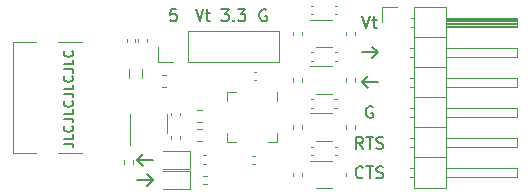
<source format=gto>
G04 #@! TF.GenerationSoftware,KiCad,Pcbnew,9.0.1*
G04 #@! TF.CreationDate,2025-05-17T15:06:54+00:00*
G04 #@! TF.ProjectId,usb-uart,7573622d-7561-4727-942e-6b696361645f,rev?*
G04 #@! TF.SameCoordinates,Original*
G04 #@! TF.FileFunction,Legend,Top*
G04 #@! TF.FilePolarity,Positive*
%FSLAX46Y46*%
G04 Gerber Fmt 4.6, Leading zero omitted, Abs format (unit mm)*
G04 Created by KiCad (PCBNEW 9.0.1) date 2025-05-17 15:06:54*
%MOMM*%
%LPD*%
G01*
G04 APERTURE LIST*
%ADD10C,0.150000*%
%ADD11C,0.160000*%
%ADD12C,0.120000*%
%ADD13R,0.650000X0.400000*%
%ADD14R,1.700000X1.700000*%
%ADD15O,1.700000X1.700000*%
%ADD16C,0.650000*%
%ADD17R,1.450000X0.600000*%
%ADD18R,1.450000X0.300000*%
%ADD19O,2.100000X1.000000*%
%ADD20O,1.600000X1.000000*%
%ADD21R,2.100000X2.100000*%
G04 APERTURE END LIST*
D10*
X128350000Y-81500000D02*
X127850000Y-82000000D01*
X109300000Y-90600000D02*
X107950000Y-90600000D01*
X128350000Y-84000000D02*
X127000000Y-84000000D01*
X109300000Y-92300000D02*
X108800000Y-91800000D01*
X107950000Y-90600000D02*
X108450000Y-90100000D01*
X127000000Y-84000000D02*
X127500000Y-83500000D01*
X107950000Y-92300000D02*
X109300000Y-92300000D01*
X107950000Y-90600000D02*
X108450000Y-91100000D01*
X127000000Y-84000000D02*
X127500000Y-84500000D01*
X128350000Y-81500000D02*
X127850000Y-81000000D01*
X127000000Y-81500000D02*
X128350000Y-81500000D01*
X109300000Y-92300000D02*
X108800000Y-92800000D01*
X126980952Y-78454819D02*
X127314285Y-79454819D01*
X127314285Y-79454819D02*
X127647618Y-78454819D01*
X127838095Y-78788152D02*
X128219047Y-78788152D01*
X127980952Y-78454819D02*
X127980952Y-79311961D01*
X127980952Y-79311961D02*
X128028571Y-79407200D01*
X128028571Y-79407200D02*
X128123809Y-79454819D01*
X128123809Y-79454819D02*
X128219047Y-79454819D01*
X111238095Y-77854819D02*
X110761905Y-77854819D01*
X110761905Y-77854819D02*
X110714286Y-78331009D01*
X110714286Y-78331009D02*
X110761905Y-78283390D01*
X110761905Y-78283390D02*
X110857143Y-78235771D01*
X110857143Y-78235771D02*
X111095238Y-78235771D01*
X111095238Y-78235771D02*
X111190476Y-78283390D01*
X111190476Y-78283390D02*
X111238095Y-78331009D01*
X111238095Y-78331009D02*
X111285714Y-78426247D01*
X111285714Y-78426247D02*
X111285714Y-78664342D01*
X111285714Y-78664342D02*
X111238095Y-78759580D01*
X111238095Y-78759580D02*
X111190476Y-78807200D01*
X111190476Y-78807200D02*
X111095238Y-78854819D01*
X111095238Y-78854819D02*
X110857143Y-78854819D01*
X110857143Y-78854819D02*
X110761905Y-78807200D01*
X110761905Y-78807200D02*
X110714286Y-78759580D01*
X112880952Y-77854819D02*
X113214285Y-78854819D01*
X113214285Y-78854819D02*
X113547618Y-77854819D01*
X113738095Y-78188152D02*
X114119047Y-78188152D01*
X113880952Y-77854819D02*
X113880952Y-78711961D01*
X113880952Y-78711961D02*
X113928571Y-78807200D01*
X113928571Y-78807200D02*
X114023809Y-78854819D01*
X114023809Y-78854819D02*
X114119047Y-78854819D01*
X127861904Y-86102438D02*
X127766666Y-86054819D01*
X127766666Y-86054819D02*
X127623809Y-86054819D01*
X127623809Y-86054819D02*
X127480952Y-86102438D01*
X127480952Y-86102438D02*
X127385714Y-86197676D01*
X127385714Y-86197676D02*
X127338095Y-86292914D01*
X127338095Y-86292914D02*
X127290476Y-86483390D01*
X127290476Y-86483390D02*
X127290476Y-86626247D01*
X127290476Y-86626247D02*
X127338095Y-86816723D01*
X127338095Y-86816723D02*
X127385714Y-86911961D01*
X127385714Y-86911961D02*
X127480952Y-87007200D01*
X127480952Y-87007200D02*
X127623809Y-87054819D01*
X127623809Y-87054819D02*
X127719047Y-87054819D01*
X127719047Y-87054819D02*
X127861904Y-87007200D01*
X127861904Y-87007200D02*
X127909523Y-86959580D01*
X127909523Y-86959580D02*
X127909523Y-86626247D01*
X127909523Y-86626247D02*
X127719047Y-86626247D01*
D11*
X101701028Y-89215213D02*
X102286742Y-89215213D01*
X102286742Y-89215213D02*
X102403885Y-89254260D01*
X102403885Y-89254260D02*
X102481981Y-89332356D01*
X102481981Y-89332356D02*
X102521028Y-89449498D01*
X102521028Y-89449498D02*
X102521028Y-89527594D01*
X102521028Y-88434260D02*
X102521028Y-88824736D01*
X102521028Y-88824736D02*
X101701028Y-88824736D01*
X102442933Y-87692355D02*
X102481981Y-87731403D01*
X102481981Y-87731403D02*
X102521028Y-87848545D01*
X102521028Y-87848545D02*
X102521028Y-87926641D01*
X102521028Y-87926641D02*
X102481981Y-88043784D01*
X102481981Y-88043784D02*
X102403885Y-88121879D01*
X102403885Y-88121879D02*
X102325790Y-88160926D01*
X102325790Y-88160926D02*
X102169600Y-88199974D01*
X102169600Y-88199974D02*
X102052457Y-88199974D01*
X102052457Y-88199974D02*
X101896266Y-88160926D01*
X101896266Y-88160926D02*
X101818171Y-88121879D01*
X101818171Y-88121879D02*
X101740076Y-88043784D01*
X101740076Y-88043784D02*
X101701028Y-87926641D01*
X101701028Y-87926641D02*
X101701028Y-87848545D01*
X101701028Y-87848545D02*
X101740076Y-87731403D01*
X101740076Y-87731403D02*
X101779123Y-87692355D01*
X101701028Y-87106641D02*
X102286742Y-87106641D01*
X102286742Y-87106641D02*
X102403885Y-87145688D01*
X102403885Y-87145688D02*
X102481981Y-87223784D01*
X102481981Y-87223784D02*
X102521028Y-87340926D01*
X102521028Y-87340926D02*
X102521028Y-87419022D01*
X102521028Y-86325688D02*
X102521028Y-86716164D01*
X102521028Y-86716164D02*
X101701028Y-86716164D01*
X102442933Y-85583783D02*
X102481981Y-85622831D01*
X102481981Y-85622831D02*
X102521028Y-85739973D01*
X102521028Y-85739973D02*
X102521028Y-85818069D01*
X102521028Y-85818069D02*
X102481981Y-85935212D01*
X102481981Y-85935212D02*
X102403885Y-86013307D01*
X102403885Y-86013307D02*
X102325790Y-86052354D01*
X102325790Y-86052354D02*
X102169600Y-86091402D01*
X102169600Y-86091402D02*
X102052457Y-86091402D01*
X102052457Y-86091402D02*
X101896266Y-86052354D01*
X101896266Y-86052354D02*
X101818171Y-86013307D01*
X101818171Y-86013307D02*
X101740076Y-85935212D01*
X101740076Y-85935212D02*
X101701028Y-85818069D01*
X101701028Y-85818069D02*
X101701028Y-85739973D01*
X101701028Y-85739973D02*
X101740076Y-85622831D01*
X101740076Y-85622831D02*
X101779123Y-85583783D01*
X101701028Y-84998069D02*
X102286742Y-84998069D01*
X102286742Y-84998069D02*
X102403885Y-85037116D01*
X102403885Y-85037116D02*
X102481981Y-85115212D01*
X102481981Y-85115212D02*
X102521028Y-85232354D01*
X102521028Y-85232354D02*
X102521028Y-85310450D01*
X102521028Y-84217116D02*
X102521028Y-84607592D01*
X102521028Y-84607592D02*
X101701028Y-84607592D01*
X102442933Y-83475211D02*
X102481981Y-83514259D01*
X102481981Y-83514259D02*
X102521028Y-83631401D01*
X102521028Y-83631401D02*
X102521028Y-83709497D01*
X102521028Y-83709497D02*
X102481981Y-83826640D01*
X102481981Y-83826640D02*
X102403885Y-83904735D01*
X102403885Y-83904735D02*
X102325790Y-83943782D01*
X102325790Y-83943782D02*
X102169600Y-83982830D01*
X102169600Y-83982830D02*
X102052457Y-83982830D01*
X102052457Y-83982830D02*
X101896266Y-83943782D01*
X101896266Y-83943782D02*
X101818171Y-83904735D01*
X101818171Y-83904735D02*
X101740076Y-83826640D01*
X101740076Y-83826640D02*
X101701028Y-83709497D01*
X101701028Y-83709497D02*
X101701028Y-83631401D01*
X101701028Y-83631401D02*
X101740076Y-83514259D01*
X101740076Y-83514259D02*
X101779123Y-83475211D01*
X101701028Y-82889497D02*
X102286742Y-82889497D01*
X102286742Y-82889497D02*
X102403885Y-82928544D01*
X102403885Y-82928544D02*
X102481981Y-83006640D01*
X102481981Y-83006640D02*
X102521028Y-83123782D01*
X102521028Y-83123782D02*
X102521028Y-83201878D01*
X102521028Y-82108544D02*
X102521028Y-82499020D01*
X102521028Y-82499020D02*
X101701028Y-82499020D01*
X102442933Y-81366639D02*
X102481981Y-81405687D01*
X102481981Y-81405687D02*
X102521028Y-81522829D01*
X102521028Y-81522829D02*
X102521028Y-81600925D01*
X102521028Y-81600925D02*
X102481981Y-81718068D01*
X102481981Y-81718068D02*
X102403885Y-81796163D01*
X102403885Y-81796163D02*
X102325790Y-81835210D01*
X102325790Y-81835210D02*
X102169600Y-81874258D01*
X102169600Y-81874258D02*
X102052457Y-81874258D01*
X102052457Y-81874258D02*
X101896266Y-81835210D01*
X101896266Y-81835210D02*
X101818171Y-81796163D01*
X101818171Y-81796163D02*
X101740076Y-81718068D01*
X101740076Y-81718068D02*
X101701028Y-81600925D01*
X101701028Y-81600925D02*
X101701028Y-81522829D01*
X101701028Y-81522829D02*
X101740076Y-81405687D01*
X101740076Y-81405687D02*
X101779123Y-81366639D01*
D10*
X127049641Y-89654819D02*
X126716308Y-89178628D01*
X126478213Y-89654819D02*
X126478213Y-88654819D01*
X126478213Y-88654819D02*
X126859165Y-88654819D01*
X126859165Y-88654819D02*
X126954403Y-88702438D01*
X126954403Y-88702438D02*
X127002022Y-88750057D01*
X127002022Y-88750057D02*
X127049641Y-88845295D01*
X127049641Y-88845295D02*
X127049641Y-88988152D01*
X127049641Y-88988152D02*
X127002022Y-89083390D01*
X127002022Y-89083390D02*
X126954403Y-89131009D01*
X126954403Y-89131009D02*
X126859165Y-89178628D01*
X126859165Y-89178628D02*
X126478213Y-89178628D01*
X127335356Y-88654819D02*
X127906784Y-88654819D01*
X127621070Y-89654819D02*
X127621070Y-88654819D01*
X128192499Y-89607200D02*
X128335356Y-89654819D01*
X128335356Y-89654819D02*
X128573451Y-89654819D01*
X128573451Y-89654819D02*
X128668689Y-89607200D01*
X128668689Y-89607200D02*
X128716308Y-89559580D01*
X128716308Y-89559580D02*
X128763927Y-89464342D01*
X128763927Y-89464342D02*
X128763927Y-89369104D01*
X128763927Y-89369104D02*
X128716308Y-89273866D01*
X128716308Y-89273866D02*
X128668689Y-89226247D01*
X128668689Y-89226247D02*
X128573451Y-89178628D01*
X128573451Y-89178628D02*
X128382975Y-89131009D01*
X128382975Y-89131009D02*
X128287737Y-89083390D01*
X128287737Y-89083390D02*
X128240118Y-89035771D01*
X128240118Y-89035771D02*
X128192499Y-88940533D01*
X128192499Y-88940533D02*
X128192499Y-88845295D01*
X128192499Y-88845295D02*
X128240118Y-88750057D01*
X128240118Y-88750057D02*
X128287737Y-88702438D01*
X128287737Y-88702438D02*
X128382975Y-88654819D01*
X128382975Y-88654819D02*
X128621070Y-88654819D01*
X128621070Y-88654819D02*
X128763927Y-88702438D01*
X118861904Y-77902438D02*
X118766666Y-77854819D01*
X118766666Y-77854819D02*
X118623809Y-77854819D01*
X118623809Y-77854819D02*
X118480952Y-77902438D01*
X118480952Y-77902438D02*
X118385714Y-77997676D01*
X118385714Y-77997676D02*
X118338095Y-78092914D01*
X118338095Y-78092914D02*
X118290476Y-78283390D01*
X118290476Y-78283390D02*
X118290476Y-78426247D01*
X118290476Y-78426247D02*
X118338095Y-78616723D01*
X118338095Y-78616723D02*
X118385714Y-78711961D01*
X118385714Y-78711961D02*
X118480952Y-78807200D01*
X118480952Y-78807200D02*
X118623809Y-78854819D01*
X118623809Y-78854819D02*
X118719047Y-78854819D01*
X118719047Y-78854819D02*
X118861904Y-78807200D01*
X118861904Y-78807200D02*
X118909523Y-78759580D01*
X118909523Y-78759580D02*
X118909523Y-78426247D01*
X118909523Y-78426247D02*
X118719047Y-78426247D01*
X115052381Y-77854819D02*
X115671428Y-77854819D01*
X115671428Y-77854819D02*
X115338095Y-78235771D01*
X115338095Y-78235771D02*
X115480952Y-78235771D01*
X115480952Y-78235771D02*
X115576190Y-78283390D01*
X115576190Y-78283390D02*
X115623809Y-78331009D01*
X115623809Y-78331009D02*
X115671428Y-78426247D01*
X115671428Y-78426247D02*
X115671428Y-78664342D01*
X115671428Y-78664342D02*
X115623809Y-78759580D01*
X115623809Y-78759580D02*
X115576190Y-78807200D01*
X115576190Y-78807200D02*
X115480952Y-78854819D01*
X115480952Y-78854819D02*
X115195238Y-78854819D01*
X115195238Y-78854819D02*
X115100000Y-78807200D01*
X115100000Y-78807200D02*
X115052381Y-78759580D01*
X116100000Y-78759580D02*
X116147619Y-78807200D01*
X116147619Y-78807200D02*
X116100000Y-78854819D01*
X116100000Y-78854819D02*
X116052381Y-78807200D01*
X116052381Y-78807200D02*
X116100000Y-78759580D01*
X116100000Y-78759580D02*
X116100000Y-78854819D01*
X116480952Y-77854819D02*
X117099999Y-77854819D01*
X117099999Y-77854819D02*
X116766666Y-78235771D01*
X116766666Y-78235771D02*
X116909523Y-78235771D01*
X116909523Y-78235771D02*
X117004761Y-78283390D01*
X117004761Y-78283390D02*
X117052380Y-78331009D01*
X117052380Y-78331009D02*
X117099999Y-78426247D01*
X117099999Y-78426247D02*
X117099999Y-78664342D01*
X117099999Y-78664342D02*
X117052380Y-78759580D01*
X117052380Y-78759580D02*
X117004761Y-78807200D01*
X117004761Y-78807200D02*
X116909523Y-78854819D01*
X116909523Y-78854819D02*
X116623809Y-78854819D01*
X116623809Y-78854819D02*
X116528571Y-78807200D01*
X116528571Y-78807200D02*
X116480952Y-78759580D01*
X127049641Y-92059580D02*
X127002022Y-92107200D01*
X127002022Y-92107200D02*
X126859165Y-92154819D01*
X126859165Y-92154819D02*
X126763927Y-92154819D01*
X126763927Y-92154819D02*
X126621070Y-92107200D01*
X126621070Y-92107200D02*
X126525832Y-92011961D01*
X126525832Y-92011961D02*
X126478213Y-91916723D01*
X126478213Y-91916723D02*
X126430594Y-91726247D01*
X126430594Y-91726247D02*
X126430594Y-91583390D01*
X126430594Y-91583390D02*
X126478213Y-91392914D01*
X126478213Y-91392914D02*
X126525832Y-91297676D01*
X126525832Y-91297676D02*
X126621070Y-91202438D01*
X126621070Y-91202438D02*
X126763927Y-91154819D01*
X126763927Y-91154819D02*
X126859165Y-91154819D01*
X126859165Y-91154819D02*
X127002022Y-91202438D01*
X127002022Y-91202438D02*
X127049641Y-91250057D01*
X127335356Y-91154819D02*
X127906784Y-91154819D01*
X127621070Y-92154819D02*
X127621070Y-91154819D01*
X128192499Y-92107200D02*
X128335356Y-92154819D01*
X128335356Y-92154819D02*
X128573451Y-92154819D01*
X128573451Y-92154819D02*
X128668689Y-92107200D01*
X128668689Y-92107200D02*
X128716308Y-92059580D01*
X128716308Y-92059580D02*
X128763927Y-91964342D01*
X128763927Y-91964342D02*
X128763927Y-91869104D01*
X128763927Y-91869104D02*
X128716308Y-91773866D01*
X128716308Y-91773866D02*
X128668689Y-91726247D01*
X128668689Y-91726247D02*
X128573451Y-91678628D01*
X128573451Y-91678628D02*
X128382975Y-91631009D01*
X128382975Y-91631009D02*
X128287737Y-91583390D01*
X128287737Y-91583390D02*
X128240118Y-91535771D01*
X128240118Y-91535771D02*
X128192499Y-91440533D01*
X128192499Y-91440533D02*
X128192499Y-91345295D01*
X128192499Y-91345295D02*
X128240118Y-91250057D01*
X128240118Y-91250057D02*
X128287737Y-91202438D01*
X128287737Y-91202438D02*
X128382975Y-91154819D01*
X128382975Y-91154819D02*
X128621070Y-91154819D01*
X128621070Y-91154819D02*
X128763927Y-91202438D01*
D12*
X113496359Y-90220000D02*
X113803641Y-90220000D01*
X113496359Y-90980000D02*
X113803641Y-90980000D01*
X124837836Y-86185000D02*
X124622164Y-86185000D01*
X124837836Y-85465000D02*
X124622164Y-85465000D01*
X123050000Y-92985000D02*
X124450000Y-92985000D01*
X124450000Y-90665000D02*
X122550000Y-90665000D01*
X112385000Y-91335000D02*
X112385000Y-89865000D01*
X112385000Y-89865000D02*
X110100000Y-89865000D01*
X110100000Y-91335000D02*
X112385000Y-91335000D01*
X124857836Y-78250000D02*
X124642164Y-78250000D01*
X124857836Y-77530000D02*
X124642164Y-77530000D01*
X121880000Y-91671359D02*
X121880000Y-91978641D01*
X121120000Y-91671359D02*
X121120000Y-91978641D01*
X112962742Y-86377500D02*
X113437258Y-86377500D01*
X112962742Y-87422500D02*
X113437258Y-87422500D01*
X107580000Y-90646359D02*
X107580000Y-90953641D01*
X106820000Y-90646359D02*
X106820000Y-90953641D01*
X123050000Y-81050000D02*
X124450000Y-81050000D01*
X124450000Y-78730000D02*
X122550000Y-78730000D01*
X122642164Y-85465000D02*
X122857836Y-85465000D01*
X122642164Y-86185000D02*
X122857836Y-86185000D01*
X128705000Y-77680000D02*
X129975000Y-77680000D01*
X128705000Y-78950000D02*
X128705000Y-77680000D01*
X131017929Y-81110000D02*
X131415000Y-81110000D01*
X131017929Y-81870000D02*
X131415000Y-81870000D01*
X131017929Y-83650000D02*
X131415000Y-83650000D01*
X131017929Y-84410000D02*
X131415000Y-84410000D01*
X131017929Y-86190000D02*
X131415000Y-86190000D01*
X131017929Y-86950000D02*
X131415000Y-86950000D01*
X131017929Y-88730000D02*
X131415000Y-88730000D01*
X131017929Y-89490000D02*
X131415000Y-89490000D01*
X131017929Y-91270000D02*
X131415000Y-91270000D01*
X131017929Y-92030000D02*
X131415000Y-92030000D01*
X131085000Y-78570000D02*
X131415000Y-78570000D01*
X131085000Y-79330000D02*
X131415000Y-79330000D01*
X131415000Y-77620000D02*
X131415000Y-92980000D01*
X131415000Y-80220000D02*
X134075000Y-80220000D01*
X131415000Y-82760000D02*
X134075000Y-82760000D01*
X131415000Y-85300000D02*
X134075000Y-85300000D01*
X131415000Y-87840000D02*
X134075000Y-87840000D01*
X131415000Y-90380000D02*
X134075000Y-90380000D01*
X131415000Y-92980000D02*
X134075000Y-92980000D01*
X134075000Y-77620000D02*
X131415000Y-77620000D01*
X134075000Y-78570000D02*
X140075000Y-78570000D01*
X134075000Y-78630000D02*
X140075000Y-78630000D01*
X134075000Y-78750000D02*
X140075000Y-78750000D01*
X134075000Y-78870000D02*
X140075000Y-78870000D01*
X134075000Y-78990000D02*
X140075000Y-78990000D01*
X134075000Y-79110000D02*
X140075000Y-79110000D01*
X134075000Y-79230000D02*
X140075000Y-79230000D01*
X134075000Y-81110000D02*
X140075000Y-81110000D01*
X134075000Y-83650000D02*
X140075000Y-83650000D01*
X134075000Y-86190000D02*
X140075000Y-86190000D01*
X134075000Y-88730000D02*
X140075000Y-88730000D01*
X134075000Y-91270000D02*
X140075000Y-91270000D01*
X134075000Y-92980000D02*
X134075000Y-77620000D01*
X140075000Y-78570000D02*
X140075000Y-79330000D01*
X140075000Y-79330000D02*
X134075000Y-79330000D01*
X140075000Y-81110000D02*
X140075000Y-81870000D01*
X140075000Y-81870000D02*
X134075000Y-81870000D01*
X140075000Y-83650000D02*
X140075000Y-84410000D01*
X140075000Y-84410000D02*
X134075000Y-84410000D01*
X140075000Y-86190000D02*
X140075000Y-86950000D01*
X140075000Y-86950000D02*
X134075000Y-86950000D01*
X140075000Y-88730000D02*
X140075000Y-89490000D01*
X140075000Y-89490000D02*
X134075000Y-89490000D01*
X140075000Y-91270000D02*
X140075000Y-92030000D01*
X140075000Y-92030000D02*
X134075000Y-92030000D01*
X125620000Y-91671359D02*
X125620000Y-91978641D01*
X123050000Y-88985000D02*
X124450000Y-88985000D01*
X124450000Y-86665000D02*
X122550000Y-86665000D01*
X124857836Y-90185000D02*
X124642164Y-90185000D01*
X124857836Y-89465000D02*
X124642164Y-89465000D01*
X126380000Y-83671359D02*
X126380000Y-83978641D01*
X125620000Y-83671359D02*
X125620000Y-83978641D01*
X123050000Y-84985000D02*
X124450000Y-84985000D01*
X124450000Y-82665000D02*
X122550000Y-82665000D01*
X122642164Y-77530000D02*
X122857836Y-77530000D01*
X122642164Y-78250000D02*
X122857836Y-78250000D01*
X118007836Y-83860000D02*
X117792164Y-83860000D01*
X118007836Y-83140000D02*
X117792164Y-83140000D01*
X112385000Y-93035000D02*
X112385000Y-91565000D01*
X112385000Y-91565000D02*
X110100000Y-91565000D01*
X110100000Y-93035000D02*
X112385000Y-93035000D01*
X113506359Y-91920000D02*
X113813641Y-91920000D01*
X113506359Y-92680000D02*
X113813641Y-92680000D01*
X122642164Y-89465000D02*
X122857836Y-89465000D01*
X122642164Y-90185000D02*
X122857836Y-90185000D01*
X122642164Y-81465000D02*
X122857836Y-81465000D01*
X122642164Y-82185000D02*
X122857836Y-82185000D01*
X124877836Y-82185000D02*
X124662164Y-82185000D01*
X124877836Y-81465000D02*
X124662164Y-81465000D01*
X121880000Y-79736359D02*
X121880000Y-80043641D01*
X121120000Y-79736359D02*
X121120000Y-80043641D01*
X108360000Y-82900378D02*
X108360000Y-83699622D01*
X107240000Y-82900378D02*
X107240000Y-83699622D01*
X110059420Y-83390000D02*
X110340580Y-83390000D01*
X110059420Y-84410000D02*
X110340580Y-84410000D01*
X109670000Y-82330000D02*
X109670000Y-81000000D01*
X111000000Y-82330000D02*
X109670000Y-82330000D01*
X112270000Y-82330000D02*
X119950000Y-82330000D01*
X112270000Y-82330000D02*
X112270000Y-79670000D01*
X119950000Y-82330000D02*
X119950000Y-79670000D01*
X112270000Y-79670000D02*
X119950000Y-79670000D01*
X111560000Y-88592164D02*
X111560000Y-88807836D01*
X110840000Y-88592164D02*
X110840000Y-88807836D01*
X103250000Y-80600000D02*
X101250000Y-80600000D01*
X99350000Y-80600000D02*
X97450000Y-80600000D01*
X97450000Y-80600000D02*
X97450000Y-90000000D01*
X103250000Y-90000000D02*
X101250000Y-90000000D01*
X99350000Y-90000000D02*
X97450000Y-90000000D01*
X121880000Y-83671359D02*
X121880000Y-83978641D01*
X121120000Y-83671359D02*
X121120000Y-83978641D01*
X117692164Y-90240000D02*
X117907836Y-90240000D01*
X117692164Y-90960000D02*
X117907836Y-90960000D01*
X121880000Y-87671359D02*
X121880000Y-87978641D01*
X121120000Y-87671359D02*
X121120000Y-87978641D01*
X112962742Y-87977500D02*
X113437258Y-87977500D01*
X112962742Y-89022500D02*
X113437258Y-89022500D01*
X115540000Y-84865000D02*
X116265000Y-84865000D01*
X119760000Y-85590000D02*
X119760000Y-84865000D01*
X115540000Y-85590000D02*
X115540000Y-84865000D01*
X119760000Y-88360000D02*
X119760000Y-89085000D01*
X115540000Y-88360000D02*
X115540000Y-89085000D01*
X119760000Y-89085000D02*
X119035000Y-89085000D01*
X115540000Y-89085000D02*
X116265000Y-89085000D01*
X110840000Y-86807836D02*
X110840000Y-86592164D01*
X111560000Y-86807836D02*
X111560000Y-86592164D01*
X126380000Y-79736359D02*
X126380000Y-80043641D01*
X125620000Y-79736359D02*
X125620000Y-80043641D01*
X108020000Y-80653641D02*
X108020000Y-80346359D01*
X108780000Y-80653641D02*
X108780000Y-80346359D01*
X107040000Y-80607836D02*
X107040000Y-80392164D01*
X107760000Y-80607836D02*
X107760000Y-80392164D01*
X126380000Y-87671359D02*
X126380000Y-87978641D01*
X125620000Y-87671359D02*
X125620000Y-87978641D01*
X107340000Y-87500000D02*
X107340000Y-89300000D01*
X107340000Y-87500000D02*
X107340000Y-86700000D01*
X110460000Y-87500000D02*
X110460000Y-88300000D01*
X110460000Y-87500000D02*
X110460000Y-86700000D01*
%LPC*%
G36*
G01*
X112870000Y-90785000D02*
X112870000Y-90415000D01*
G75*
G02*
X113005000Y-90280000I135000J0D01*
G01*
X113275000Y-90280000D01*
G75*
G02*
X113410000Y-90415000I0J-135000D01*
G01*
X113410000Y-90785000D01*
G75*
G02*
X113275000Y-90920000I-135000J0D01*
G01*
X113005000Y-90920000D01*
G75*
G02*
X112870000Y-90785000I0J135000D01*
G01*
G37*
G36*
G01*
X113890000Y-90785000D02*
X113890000Y-90415000D01*
G75*
G02*
X114025000Y-90280000I135000J0D01*
G01*
X114295000Y-90280000D01*
G75*
G02*
X114430000Y-90415000I0J-135000D01*
G01*
X114430000Y-90785000D01*
G75*
G02*
X114295000Y-90920000I-135000J0D01*
G01*
X114025000Y-90920000D01*
G75*
G02*
X113890000Y-90785000I0J135000D01*
G01*
G37*
G36*
G01*
X125490000Y-85655000D02*
X125490000Y-85995000D01*
G75*
G02*
X125350000Y-86135000I-140000J0D01*
G01*
X125070000Y-86135000D01*
G75*
G02*
X124930000Y-85995000I0J140000D01*
G01*
X124930000Y-85655000D01*
G75*
G02*
X125070000Y-85515000I140000J0D01*
G01*
X125350000Y-85515000D01*
G75*
G02*
X125490000Y-85655000I0J-140000D01*
G01*
G37*
G36*
G01*
X124530000Y-85655000D02*
X124530000Y-85995000D01*
G75*
G02*
X124390000Y-86135000I-140000J0D01*
G01*
X124110000Y-86135000D01*
G75*
G02*
X123970000Y-85995000I0J140000D01*
G01*
X123970000Y-85655000D01*
G75*
G02*
X124110000Y-85515000I140000J0D01*
G01*
X124390000Y-85515000D01*
G75*
G02*
X124530000Y-85655000I0J-140000D01*
G01*
G37*
D13*
X122800000Y-91175000D03*
X122800000Y-91825000D03*
X122800000Y-92475000D03*
X124700000Y-92475000D03*
X124700000Y-91825000D03*
X124700000Y-91175000D03*
G36*
G01*
X112125000Y-90343750D02*
X112125000Y-90856250D01*
G75*
G02*
X111906250Y-91075000I-218750J0D01*
G01*
X111468750Y-91075000D01*
G75*
G02*
X111250000Y-90856250I0J218750D01*
G01*
X111250000Y-90343750D01*
G75*
G02*
X111468750Y-90125000I218750J0D01*
G01*
X111906250Y-90125000D01*
G75*
G02*
X112125000Y-90343750I0J-218750D01*
G01*
G37*
G36*
G01*
X110550000Y-90343750D02*
X110550000Y-90856250D01*
G75*
G02*
X110331250Y-91075000I-218750J0D01*
G01*
X109893750Y-91075000D01*
G75*
G02*
X109675000Y-90856250I0J218750D01*
G01*
X109675000Y-90343750D01*
G75*
G02*
X109893750Y-90125000I218750J0D01*
G01*
X110331250Y-90125000D01*
G75*
G02*
X110550000Y-90343750I0J-218750D01*
G01*
G37*
G36*
G01*
X125510000Y-77720000D02*
X125510000Y-78060000D01*
G75*
G02*
X125370000Y-78200000I-140000J0D01*
G01*
X125090000Y-78200000D01*
G75*
G02*
X124950000Y-78060000I0J140000D01*
G01*
X124950000Y-77720000D01*
G75*
G02*
X125090000Y-77580000I140000J0D01*
G01*
X125370000Y-77580000D01*
G75*
G02*
X125510000Y-77720000I0J-140000D01*
G01*
G37*
G36*
G01*
X124550000Y-77720000D02*
X124550000Y-78060000D01*
G75*
G02*
X124410000Y-78200000I-140000J0D01*
G01*
X124130000Y-78200000D01*
G75*
G02*
X123990000Y-78060000I0J140000D01*
G01*
X123990000Y-77720000D01*
G75*
G02*
X124130000Y-77580000I140000J0D01*
G01*
X124410000Y-77580000D01*
G75*
G02*
X124550000Y-77720000I0J-140000D01*
G01*
G37*
G36*
G01*
X121315000Y-91045000D02*
X121685000Y-91045000D01*
G75*
G02*
X121820000Y-91180000I0J-135000D01*
G01*
X121820000Y-91450000D01*
G75*
G02*
X121685000Y-91585000I-135000J0D01*
G01*
X121315000Y-91585000D01*
G75*
G02*
X121180000Y-91450000I0J135000D01*
G01*
X121180000Y-91180000D01*
G75*
G02*
X121315000Y-91045000I135000J0D01*
G01*
G37*
G36*
G01*
X121315000Y-92065000D02*
X121685000Y-92065000D01*
G75*
G02*
X121820000Y-92200000I0J-135000D01*
G01*
X121820000Y-92470000D01*
G75*
G02*
X121685000Y-92605000I-135000J0D01*
G01*
X121315000Y-92605000D01*
G75*
G02*
X121180000Y-92470000I0J135000D01*
G01*
X121180000Y-92200000D01*
G75*
G02*
X121315000Y-92065000I135000J0D01*
G01*
G37*
G36*
G01*
X111975000Y-87175000D02*
X111975000Y-86625000D01*
G75*
G02*
X112175000Y-86425000I200000J0D01*
G01*
X112575000Y-86425000D01*
G75*
G02*
X112775000Y-86625000I0J-200000D01*
G01*
X112775000Y-87175000D01*
G75*
G02*
X112575000Y-87375000I-200000J0D01*
G01*
X112175000Y-87375000D01*
G75*
G02*
X111975000Y-87175000I0J200000D01*
G01*
G37*
G36*
G01*
X113625000Y-87175000D02*
X113625000Y-86625000D01*
G75*
G02*
X113825000Y-86425000I200000J0D01*
G01*
X114225000Y-86425000D01*
G75*
G02*
X114425000Y-86625000I0J-200000D01*
G01*
X114425000Y-87175000D01*
G75*
G02*
X114225000Y-87375000I-200000J0D01*
G01*
X113825000Y-87375000D01*
G75*
G02*
X113625000Y-87175000I0J200000D01*
G01*
G37*
G36*
G01*
X107015000Y-90020000D02*
X107385000Y-90020000D01*
G75*
G02*
X107520000Y-90155000I0J-135000D01*
G01*
X107520000Y-90425000D01*
G75*
G02*
X107385000Y-90560000I-135000J0D01*
G01*
X107015000Y-90560000D01*
G75*
G02*
X106880000Y-90425000I0J135000D01*
G01*
X106880000Y-90155000D01*
G75*
G02*
X107015000Y-90020000I135000J0D01*
G01*
G37*
G36*
G01*
X107015000Y-91040000D02*
X107385000Y-91040000D01*
G75*
G02*
X107520000Y-91175000I0J-135000D01*
G01*
X107520000Y-91445000D01*
G75*
G02*
X107385000Y-91580000I-135000J0D01*
G01*
X107015000Y-91580000D01*
G75*
G02*
X106880000Y-91445000I0J135000D01*
G01*
X106880000Y-91175000D01*
G75*
G02*
X107015000Y-91040000I135000J0D01*
G01*
G37*
X122800000Y-79240000D03*
X122800000Y-79890000D03*
X122800000Y-80540000D03*
X124700000Y-80540000D03*
X124700000Y-79890000D03*
X124700000Y-79240000D03*
G36*
G01*
X121990000Y-85995000D02*
X121990000Y-85655000D01*
G75*
G02*
X122130000Y-85515000I140000J0D01*
G01*
X122410000Y-85515000D01*
G75*
G02*
X122550000Y-85655000I0J-140000D01*
G01*
X122550000Y-85995000D01*
G75*
G02*
X122410000Y-86135000I-140000J0D01*
G01*
X122130000Y-86135000D01*
G75*
G02*
X121990000Y-85995000I0J140000D01*
G01*
G37*
G36*
G01*
X122950000Y-85995000D02*
X122950000Y-85655000D01*
G75*
G02*
X123090000Y-85515000I140000J0D01*
G01*
X123370000Y-85515000D01*
G75*
G02*
X123510000Y-85655000I0J-140000D01*
G01*
X123510000Y-85995000D01*
G75*
G02*
X123370000Y-86135000I-140000J0D01*
G01*
X123090000Y-86135000D01*
G75*
G02*
X122950000Y-85995000I0J140000D01*
G01*
G37*
D14*
X129975000Y-78950000D03*
D15*
X129975000Y-81490000D03*
X129975000Y-84030000D03*
X129975000Y-86570000D03*
X129975000Y-89110000D03*
X129975000Y-91650000D03*
G36*
G01*
X125815000Y-91045000D02*
X126185000Y-91045000D01*
G75*
G02*
X126320000Y-91180000I0J-135000D01*
G01*
X126320000Y-91450000D01*
G75*
G02*
X126185000Y-91585000I-135000J0D01*
G01*
X125815000Y-91585000D01*
G75*
G02*
X125680000Y-91450000I0J135000D01*
G01*
X125680000Y-91180000D01*
G75*
G02*
X125815000Y-91045000I135000J0D01*
G01*
G37*
G36*
G01*
X125815000Y-92065000D02*
X126185000Y-92065000D01*
G75*
G02*
X126320000Y-92200000I0J-135000D01*
G01*
X126320000Y-92470000D01*
G75*
G02*
X126185000Y-92605000I-135000J0D01*
G01*
X125815000Y-92605000D01*
G75*
G02*
X125680000Y-92470000I0J135000D01*
G01*
X125680000Y-92200000D01*
G75*
G02*
X125815000Y-92065000I135000J0D01*
G01*
G37*
D13*
X122800000Y-87175000D03*
X122800000Y-87825000D03*
X122800000Y-88475000D03*
X124700000Y-88475000D03*
X124700000Y-87825000D03*
X124700000Y-87175000D03*
G36*
G01*
X125510000Y-89655000D02*
X125510000Y-89995000D01*
G75*
G02*
X125370000Y-90135000I-140000J0D01*
G01*
X125090000Y-90135000D01*
G75*
G02*
X124950000Y-89995000I0J140000D01*
G01*
X124950000Y-89655000D01*
G75*
G02*
X125090000Y-89515000I140000J0D01*
G01*
X125370000Y-89515000D01*
G75*
G02*
X125510000Y-89655000I0J-140000D01*
G01*
G37*
G36*
G01*
X124550000Y-89655000D02*
X124550000Y-89995000D01*
G75*
G02*
X124410000Y-90135000I-140000J0D01*
G01*
X124130000Y-90135000D01*
G75*
G02*
X123990000Y-89995000I0J140000D01*
G01*
X123990000Y-89655000D01*
G75*
G02*
X124130000Y-89515000I140000J0D01*
G01*
X124410000Y-89515000D01*
G75*
G02*
X124550000Y-89655000I0J-140000D01*
G01*
G37*
G36*
G01*
X125815000Y-83045000D02*
X126185000Y-83045000D01*
G75*
G02*
X126320000Y-83180000I0J-135000D01*
G01*
X126320000Y-83450000D01*
G75*
G02*
X126185000Y-83585000I-135000J0D01*
G01*
X125815000Y-83585000D01*
G75*
G02*
X125680000Y-83450000I0J135000D01*
G01*
X125680000Y-83180000D01*
G75*
G02*
X125815000Y-83045000I135000J0D01*
G01*
G37*
G36*
G01*
X125815000Y-84065000D02*
X126185000Y-84065000D01*
G75*
G02*
X126320000Y-84200000I0J-135000D01*
G01*
X126320000Y-84470000D01*
G75*
G02*
X126185000Y-84605000I-135000J0D01*
G01*
X125815000Y-84605000D01*
G75*
G02*
X125680000Y-84470000I0J135000D01*
G01*
X125680000Y-84200000D01*
G75*
G02*
X125815000Y-84065000I135000J0D01*
G01*
G37*
X122800000Y-83175000D03*
X122800000Y-83825000D03*
X122800000Y-84475000D03*
X124700000Y-84475000D03*
X124700000Y-83825000D03*
X124700000Y-83175000D03*
G36*
G01*
X121990000Y-78060000D02*
X121990000Y-77720000D01*
G75*
G02*
X122130000Y-77580000I140000J0D01*
G01*
X122410000Y-77580000D01*
G75*
G02*
X122550000Y-77720000I0J-140000D01*
G01*
X122550000Y-78060000D01*
G75*
G02*
X122410000Y-78200000I-140000J0D01*
G01*
X122130000Y-78200000D01*
G75*
G02*
X121990000Y-78060000I0J140000D01*
G01*
G37*
G36*
G01*
X122950000Y-78060000D02*
X122950000Y-77720000D01*
G75*
G02*
X123090000Y-77580000I140000J0D01*
G01*
X123370000Y-77580000D01*
G75*
G02*
X123510000Y-77720000I0J-140000D01*
G01*
X123510000Y-78060000D01*
G75*
G02*
X123370000Y-78200000I-140000J0D01*
G01*
X123090000Y-78200000D01*
G75*
G02*
X122950000Y-78060000I0J140000D01*
G01*
G37*
G36*
G01*
X118660000Y-83330000D02*
X118660000Y-83670000D01*
G75*
G02*
X118520000Y-83810000I-140000J0D01*
G01*
X118240000Y-83810000D01*
G75*
G02*
X118100000Y-83670000I0J140000D01*
G01*
X118100000Y-83330000D01*
G75*
G02*
X118240000Y-83190000I140000J0D01*
G01*
X118520000Y-83190000D01*
G75*
G02*
X118660000Y-83330000I0J-140000D01*
G01*
G37*
G36*
G01*
X117700000Y-83330000D02*
X117700000Y-83670000D01*
G75*
G02*
X117560000Y-83810000I-140000J0D01*
G01*
X117280000Y-83810000D01*
G75*
G02*
X117140000Y-83670000I0J140000D01*
G01*
X117140000Y-83330000D01*
G75*
G02*
X117280000Y-83190000I140000J0D01*
G01*
X117560000Y-83190000D01*
G75*
G02*
X117700000Y-83330000I0J-140000D01*
G01*
G37*
G36*
G01*
X112125000Y-92043750D02*
X112125000Y-92556250D01*
G75*
G02*
X111906250Y-92775000I-218750J0D01*
G01*
X111468750Y-92775000D01*
G75*
G02*
X111250000Y-92556250I0J218750D01*
G01*
X111250000Y-92043750D01*
G75*
G02*
X111468750Y-91825000I218750J0D01*
G01*
X111906250Y-91825000D01*
G75*
G02*
X112125000Y-92043750I0J-218750D01*
G01*
G37*
G36*
G01*
X110550000Y-92043750D02*
X110550000Y-92556250D01*
G75*
G02*
X110331250Y-92775000I-218750J0D01*
G01*
X109893750Y-92775000D01*
G75*
G02*
X109675000Y-92556250I0J218750D01*
G01*
X109675000Y-92043750D01*
G75*
G02*
X109893750Y-91825000I218750J0D01*
G01*
X110331250Y-91825000D01*
G75*
G02*
X110550000Y-92043750I0J-218750D01*
G01*
G37*
G36*
G01*
X112880000Y-92485000D02*
X112880000Y-92115000D01*
G75*
G02*
X113015000Y-91980000I135000J0D01*
G01*
X113285000Y-91980000D01*
G75*
G02*
X113420000Y-92115000I0J-135000D01*
G01*
X113420000Y-92485000D01*
G75*
G02*
X113285000Y-92620000I-135000J0D01*
G01*
X113015000Y-92620000D01*
G75*
G02*
X112880000Y-92485000I0J135000D01*
G01*
G37*
G36*
G01*
X113900000Y-92485000D02*
X113900000Y-92115000D01*
G75*
G02*
X114035000Y-91980000I135000J0D01*
G01*
X114305000Y-91980000D01*
G75*
G02*
X114440000Y-92115000I0J-135000D01*
G01*
X114440000Y-92485000D01*
G75*
G02*
X114305000Y-92620000I-135000J0D01*
G01*
X114035000Y-92620000D01*
G75*
G02*
X113900000Y-92485000I0J135000D01*
G01*
G37*
G36*
G01*
X121990000Y-89995000D02*
X121990000Y-89655000D01*
G75*
G02*
X122130000Y-89515000I140000J0D01*
G01*
X122410000Y-89515000D01*
G75*
G02*
X122550000Y-89655000I0J-140000D01*
G01*
X122550000Y-89995000D01*
G75*
G02*
X122410000Y-90135000I-140000J0D01*
G01*
X122130000Y-90135000D01*
G75*
G02*
X121990000Y-89995000I0J140000D01*
G01*
G37*
G36*
G01*
X122950000Y-89995000D02*
X122950000Y-89655000D01*
G75*
G02*
X123090000Y-89515000I140000J0D01*
G01*
X123370000Y-89515000D01*
G75*
G02*
X123510000Y-89655000I0J-140000D01*
G01*
X123510000Y-89995000D01*
G75*
G02*
X123370000Y-90135000I-140000J0D01*
G01*
X123090000Y-90135000D01*
G75*
G02*
X122950000Y-89995000I0J140000D01*
G01*
G37*
G36*
G01*
X121990000Y-81995000D02*
X121990000Y-81655000D01*
G75*
G02*
X122130000Y-81515000I140000J0D01*
G01*
X122410000Y-81515000D01*
G75*
G02*
X122550000Y-81655000I0J-140000D01*
G01*
X122550000Y-81995000D01*
G75*
G02*
X122410000Y-82135000I-140000J0D01*
G01*
X122130000Y-82135000D01*
G75*
G02*
X121990000Y-81995000I0J140000D01*
G01*
G37*
G36*
G01*
X122950000Y-81995000D02*
X122950000Y-81655000D01*
G75*
G02*
X123090000Y-81515000I140000J0D01*
G01*
X123370000Y-81515000D01*
G75*
G02*
X123510000Y-81655000I0J-140000D01*
G01*
X123510000Y-81995000D01*
G75*
G02*
X123370000Y-82135000I-140000J0D01*
G01*
X123090000Y-82135000D01*
G75*
G02*
X122950000Y-81995000I0J140000D01*
G01*
G37*
G36*
G01*
X125530000Y-81655000D02*
X125530000Y-81995000D01*
G75*
G02*
X125390000Y-82135000I-140000J0D01*
G01*
X125110000Y-82135000D01*
G75*
G02*
X124970000Y-81995000I0J140000D01*
G01*
X124970000Y-81655000D01*
G75*
G02*
X125110000Y-81515000I140000J0D01*
G01*
X125390000Y-81515000D01*
G75*
G02*
X125530000Y-81655000I0J-140000D01*
G01*
G37*
G36*
G01*
X124570000Y-81655000D02*
X124570000Y-81995000D01*
G75*
G02*
X124430000Y-82135000I-140000J0D01*
G01*
X124150000Y-82135000D01*
G75*
G02*
X124010000Y-81995000I0J140000D01*
G01*
X124010000Y-81655000D01*
G75*
G02*
X124150000Y-81515000I140000J0D01*
G01*
X124430000Y-81515000D01*
G75*
G02*
X124570000Y-81655000I0J-140000D01*
G01*
G37*
G36*
G01*
X121315000Y-79110000D02*
X121685000Y-79110000D01*
G75*
G02*
X121820000Y-79245000I0J-135000D01*
G01*
X121820000Y-79515000D01*
G75*
G02*
X121685000Y-79650000I-135000J0D01*
G01*
X121315000Y-79650000D01*
G75*
G02*
X121180000Y-79515000I0J135000D01*
G01*
X121180000Y-79245000D01*
G75*
G02*
X121315000Y-79110000I135000J0D01*
G01*
G37*
G36*
G01*
X121315000Y-80130000D02*
X121685000Y-80130000D01*
G75*
G02*
X121820000Y-80265000I0J-135000D01*
G01*
X121820000Y-80535000D01*
G75*
G02*
X121685000Y-80670000I-135000J0D01*
G01*
X121315000Y-80670000D01*
G75*
G02*
X121180000Y-80535000I0J135000D01*
G01*
X121180000Y-80265000D01*
G75*
G02*
X121315000Y-80130000I135000J0D01*
G01*
G37*
G36*
G01*
X107418750Y-81800000D02*
X108181250Y-81800000D01*
G75*
G02*
X108400000Y-82018750I0J-218750D01*
G01*
X108400000Y-82456250D01*
G75*
G02*
X108181250Y-82675000I-218750J0D01*
G01*
X107418750Y-82675000D01*
G75*
G02*
X107200000Y-82456250I0J218750D01*
G01*
X107200000Y-82018750D01*
G75*
G02*
X107418750Y-81800000I218750J0D01*
G01*
G37*
G36*
G01*
X107418750Y-83925000D02*
X108181250Y-83925000D01*
G75*
G02*
X108400000Y-84143750I0J-218750D01*
G01*
X108400000Y-84581250D01*
G75*
G02*
X108181250Y-84800000I-218750J0D01*
G01*
X107418750Y-84800000D01*
G75*
G02*
X107200000Y-84581250I0J218750D01*
G01*
X107200000Y-84143750D01*
G75*
G02*
X107418750Y-83925000I218750J0D01*
G01*
G37*
G36*
G01*
X108975000Y-84150000D02*
X108975000Y-83650000D01*
G75*
G02*
X109200000Y-83425000I225000J0D01*
G01*
X109650000Y-83425000D01*
G75*
G02*
X109875000Y-83650000I0J-225000D01*
G01*
X109875000Y-84150000D01*
G75*
G02*
X109650000Y-84375000I-225000J0D01*
G01*
X109200000Y-84375000D01*
G75*
G02*
X108975000Y-84150000I0J225000D01*
G01*
G37*
G36*
G01*
X110525000Y-84150000D02*
X110525000Y-83650000D01*
G75*
G02*
X110750000Y-83425000I225000J0D01*
G01*
X111200000Y-83425000D01*
G75*
G02*
X111425000Y-83650000I0J-225000D01*
G01*
X111425000Y-84150000D01*
G75*
G02*
X111200000Y-84375000I-225000J0D01*
G01*
X110750000Y-84375000D01*
G75*
G02*
X110525000Y-84150000I0J225000D01*
G01*
G37*
D14*
X111000000Y-81000000D03*
D15*
X113540000Y-81000000D03*
X116080000Y-81000000D03*
X118620000Y-81000000D03*
G36*
G01*
X111030000Y-87940000D02*
X111370000Y-87940000D01*
G75*
G02*
X111510000Y-88080000I0J-140000D01*
G01*
X111510000Y-88360000D01*
G75*
G02*
X111370000Y-88500000I-140000J0D01*
G01*
X111030000Y-88500000D01*
G75*
G02*
X110890000Y-88360000I0J140000D01*
G01*
X110890000Y-88080000D01*
G75*
G02*
X111030000Y-87940000I140000J0D01*
G01*
G37*
G36*
G01*
X111030000Y-88900000D02*
X111370000Y-88900000D01*
G75*
G02*
X111510000Y-89040000I0J-140000D01*
G01*
X111510000Y-89320000D01*
G75*
G02*
X111370000Y-89460000I-140000J0D01*
G01*
X111030000Y-89460000D01*
G75*
G02*
X110890000Y-89320000I0J140000D01*
G01*
X110890000Y-89040000D01*
G75*
G02*
X111030000Y-88900000I140000J0D01*
G01*
G37*
D16*
X103950000Y-82410000D03*
X103950000Y-88190000D03*
D17*
X105395000Y-82050000D03*
X105395000Y-82850000D03*
D18*
X105395000Y-84050000D03*
X105395000Y-85050000D03*
X105395000Y-85550000D03*
X105395000Y-86550000D03*
D17*
X105395000Y-87750000D03*
X105395000Y-88550000D03*
X105395000Y-88550000D03*
X105395000Y-87750000D03*
D18*
X105395000Y-87050000D03*
X105395000Y-86050000D03*
X105395000Y-84550000D03*
X105395000Y-83550000D03*
D17*
X105395000Y-82850000D03*
X105395000Y-82050000D03*
D19*
X104480000Y-80980000D03*
D20*
X100300000Y-80980000D03*
D19*
X104480000Y-89620000D03*
D20*
X100300000Y-89620000D03*
G36*
G01*
X121315000Y-83045000D02*
X121685000Y-83045000D01*
G75*
G02*
X121820000Y-83180000I0J-135000D01*
G01*
X121820000Y-83450000D01*
G75*
G02*
X121685000Y-83585000I-135000J0D01*
G01*
X121315000Y-83585000D01*
G75*
G02*
X121180000Y-83450000I0J135000D01*
G01*
X121180000Y-83180000D01*
G75*
G02*
X121315000Y-83045000I135000J0D01*
G01*
G37*
G36*
G01*
X121315000Y-84065000D02*
X121685000Y-84065000D01*
G75*
G02*
X121820000Y-84200000I0J-135000D01*
G01*
X121820000Y-84470000D01*
G75*
G02*
X121685000Y-84605000I-135000J0D01*
G01*
X121315000Y-84605000D01*
G75*
G02*
X121180000Y-84470000I0J135000D01*
G01*
X121180000Y-84200000D01*
G75*
G02*
X121315000Y-84065000I135000J0D01*
G01*
G37*
G36*
G01*
X117040000Y-90770000D02*
X117040000Y-90430000D01*
G75*
G02*
X117180000Y-90290000I140000J0D01*
G01*
X117460000Y-90290000D01*
G75*
G02*
X117600000Y-90430000I0J-140000D01*
G01*
X117600000Y-90770000D01*
G75*
G02*
X117460000Y-90910000I-140000J0D01*
G01*
X117180000Y-90910000D01*
G75*
G02*
X117040000Y-90770000I0J140000D01*
G01*
G37*
G36*
G01*
X118000000Y-90770000D02*
X118000000Y-90430000D01*
G75*
G02*
X118140000Y-90290000I140000J0D01*
G01*
X118420000Y-90290000D01*
G75*
G02*
X118560000Y-90430000I0J-140000D01*
G01*
X118560000Y-90770000D01*
G75*
G02*
X118420000Y-90910000I-140000J0D01*
G01*
X118140000Y-90910000D01*
G75*
G02*
X118000000Y-90770000I0J140000D01*
G01*
G37*
G36*
G01*
X121315000Y-87045000D02*
X121685000Y-87045000D01*
G75*
G02*
X121820000Y-87180000I0J-135000D01*
G01*
X121820000Y-87450000D01*
G75*
G02*
X121685000Y-87585000I-135000J0D01*
G01*
X121315000Y-87585000D01*
G75*
G02*
X121180000Y-87450000I0J135000D01*
G01*
X121180000Y-87180000D01*
G75*
G02*
X121315000Y-87045000I135000J0D01*
G01*
G37*
G36*
G01*
X121315000Y-88065000D02*
X121685000Y-88065000D01*
G75*
G02*
X121820000Y-88200000I0J-135000D01*
G01*
X121820000Y-88470000D01*
G75*
G02*
X121685000Y-88605000I-135000J0D01*
G01*
X121315000Y-88605000D01*
G75*
G02*
X121180000Y-88470000I0J135000D01*
G01*
X121180000Y-88200000D01*
G75*
G02*
X121315000Y-88065000I135000J0D01*
G01*
G37*
G36*
G01*
X111975000Y-88775000D02*
X111975000Y-88225000D01*
G75*
G02*
X112175000Y-88025000I200000J0D01*
G01*
X112575000Y-88025000D01*
G75*
G02*
X112775000Y-88225000I0J-200000D01*
G01*
X112775000Y-88775000D01*
G75*
G02*
X112575000Y-88975000I-200000J0D01*
G01*
X112175000Y-88975000D01*
G75*
G02*
X111975000Y-88775000I0J200000D01*
G01*
G37*
G36*
G01*
X113625000Y-88775000D02*
X113625000Y-88225000D01*
G75*
G02*
X113825000Y-88025000I200000J0D01*
G01*
X114225000Y-88025000D01*
G75*
G02*
X114425000Y-88225000I0J-200000D01*
G01*
X114425000Y-88775000D01*
G75*
G02*
X114225000Y-88975000I-200000J0D01*
G01*
X113825000Y-88975000D01*
G75*
G02*
X113625000Y-88775000I0J200000D01*
G01*
G37*
G36*
G01*
X118550000Y-84600000D02*
X118700000Y-84600000D01*
G75*
G02*
X118775000Y-84675000I0J-75000D01*
G01*
X118775000Y-85375000D01*
G75*
G02*
X118700000Y-85450000I-75000J0D01*
G01*
X118550000Y-85450000D01*
G75*
G02*
X118475000Y-85375000I0J75000D01*
G01*
X118475000Y-84675000D01*
G75*
G02*
X118550000Y-84600000I75000J0D01*
G01*
G37*
G36*
G01*
X117900000Y-84600000D02*
X118050000Y-84600000D01*
G75*
G02*
X118125000Y-84675000I0J-75000D01*
G01*
X118125000Y-85375000D01*
G75*
G02*
X118050000Y-85450000I-75000J0D01*
G01*
X117900000Y-85450000D01*
G75*
G02*
X117825000Y-85375000I0J75000D01*
G01*
X117825000Y-84675000D01*
G75*
G02*
X117900000Y-84600000I75000J0D01*
G01*
G37*
G36*
G01*
X117250000Y-84600000D02*
X117400000Y-84600000D01*
G75*
G02*
X117475000Y-84675000I0J-75000D01*
G01*
X117475000Y-85375000D01*
G75*
G02*
X117400000Y-85450000I-75000J0D01*
G01*
X117250000Y-85450000D01*
G75*
G02*
X117175000Y-85375000I0J75000D01*
G01*
X117175000Y-84675000D01*
G75*
G02*
X117250000Y-84600000I75000J0D01*
G01*
G37*
G36*
G01*
X116600000Y-84600000D02*
X116750000Y-84600000D01*
G75*
G02*
X116825000Y-84675000I0J-75000D01*
G01*
X116825000Y-85375000D01*
G75*
G02*
X116750000Y-85450000I-75000J0D01*
G01*
X116600000Y-85450000D01*
G75*
G02*
X116525000Y-85375000I0J75000D01*
G01*
X116525000Y-84675000D01*
G75*
G02*
X116600000Y-84600000I75000J0D01*
G01*
G37*
G36*
G01*
X115350000Y-85850000D02*
X116050000Y-85850000D01*
G75*
G02*
X116125000Y-85925000I0J-75000D01*
G01*
X116125000Y-86075000D01*
G75*
G02*
X116050000Y-86150000I-75000J0D01*
G01*
X115350000Y-86150000D01*
G75*
G02*
X115275000Y-86075000I0J75000D01*
G01*
X115275000Y-85925000D01*
G75*
G02*
X115350000Y-85850000I75000J0D01*
G01*
G37*
G36*
G01*
X115350000Y-86500000D02*
X116050000Y-86500000D01*
G75*
G02*
X116125000Y-86575000I0J-75000D01*
G01*
X116125000Y-86725000D01*
G75*
G02*
X116050000Y-86800000I-75000J0D01*
G01*
X115350000Y-86800000D01*
G75*
G02*
X115275000Y-86725000I0J75000D01*
G01*
X115275000Y-86575000D01*
G75*
G02*
X115350000Y-86500000I75000J0D01*
G01*
G37*
G36*
G01*
X115350000Y-87150000D02*
X116050000Y-87150000D01*
G75*
G02*
X116125000Y-87225000I0J-75000D01*
G01*
X116125000Y-87375000D01*
G75*
G02*
X116050000Y-87450000I-75000J0D01*
G01*
X115350000Y-87450000D01*
G75*
G02*
X115275000Y-87375000I0J75000D01*
G01*
X115275000Y-87225000D01*
G75*
G02*
X115350000Y-87150000I75000J0D01*
G01*
G37*
G36*
G01*
X115350000Y-87800000D02*
X116050000Y-87800000D01*
G75*
G02*
X116125000Y-87875000I0J-75000D01*
G01*
X116125000Y-88025000D01*
G75*
G02*
X116050000Y-88100000I-75000J0D01*
G01*
X115350000Y-88100000D01*
G75*
G02*
X115275000Y-88025000I0J75000D01*
G01*
X115275000Y-87875000D01*
G75*
G02*
X115350000Y-87800000I75000J0D01*
G01*
G37*
G36*
G01*
X116600000Y-88500000D02*
X116750000Y-88500000D01*
G75*
G02*
X116825000Y-88575000I0J-75000D01*
G01*
X116825000Y-89275000D01*
G75*
G02*
X116750000Y-89350000I-75000J0D01*
G01*
X116600000Y-89350000D01*
G75*
G02*
X116525000Y-89275000I0J75000D01*
G01*
X116525000Y-88575000D01*
G75*
G02*
X116600000Y-88500000I75000J0D01*
G01*
G37*
G36*
G01*
X117250000Y-88500000D02*
X117400000Y-88500000D01*
G75*
G02*
X117475000Y-88575000I0J-75000D01*
G01*
X117475000Y-89275000D01*
G75*
G02*
X117400000Y-89350000I-75000J0D01*
G01*
X117250000Y-89350000D01*
G75*
G02*
X117175000Y-89275000I0J75000D01*
G01*
X117175000Y-88575000D01*
G75*
G02*
X117250000Y-88500000I75000J0D01*
G01*
G37*
G36*
G01*
X117900000Y-88500000D02*
X118050000Y-88500000D01*
G75*
G02*
X118125000Y-88575000I0J-75000D01*
G01*
X118125000Y-89275000D01*
G75*
G02*
X118050000Y-89350000I-75000J0D01*
G01*
X117900000Y-89350000D01*
G75*
G02*
X117825000Y-89275000I0J75000D01*
G01*
X117825000Y-88575000D01*
G75*
G02*
X117900000Y-88500000I75000J0D01*
G01*
G37*
G36*
G01*
X118550000Y-88500000D02*
X118700000Y-88500000D01*
G75*
G02*
X118775000Y-88575000I0J-75000D01*
G01*
X118775000Y-89275000D01*
G75*
G02*
X118700000Y-89350000I-75000J0D01*
G01*
X118550000Y-89350000D01*
G75*
G02*
X118475000Y-89275000I0J75000D01*
G01*
X118475000Y-88575000D01*
G75*
G02*
X118550000Y-88500000I75000J0D01*
G01*
G37*
G36*
G01*
X119250000Y-87800000D02*
X119950000Y-87800000D01*
G75*
G02*
X120025000Y-87875000I0J-75000D01*
G01*
X120025000Y-88025000D01*
G75*
G02*
X119950000Y-88100000I-75000J0D01*
G01*
X119250000Y-88100000D01*
G75*
G02*
X119175000Y-88025000I0J75000D01*
G01*
X119175000Y-87875000D01*
G75*
G02*
X119250000Y-87800000I75000J0D01*
G01*
G37*
G36*
G01*
X119250000Y-87150000D02*
X119950000Y-87150000D01*
G75*
G02*
X120025000Y-87225000I0J-75000D01*
G01*
X120025000Y-87375000D01*
G75*
G02*
X119950000Y-87450000I-75000J0D01*
G01*
X119250000Y-87450000D01*
G75*
G02*
X119175000Y-87375000I0J75000D01*
G01*
X119175000Y-87225000D01*
G75*
G02*
X119250000Y-87150000I75000J0D01*
G01*
G37*
G36*
G01*
X119250000Y-86500000D02*
X119950000Y-86500000D01*
G75*
G02*
X120025000Y-86575000I0J-75000D01*
G01*
X120025000Y-86725000D01*
G75*
G02*
X119950000Y-86800000I-75000J0D01*
G01*
X119250000Y-86800000D01*
G75*
G02*
X119175000Y-86725000I0J75000D01*
G01*
X119175000Y-86575000D01*
G75*
G02*
X119250000Y-86500000I75000J0D01*
G01*
G37*
G36*
G01*
X119250000Y-85850000D02*
X119950000Y-85850000D01*
G75*
G02*
X120025000Y-85925000I0J-75000D01*
G01*
X120025000Y-86075000D01*
G75*
G02*
X119950000Y-86150000I-75000J0D01*
G01*
X119250000Y-86150000D01*
G75*
G02*
X119175000Y-86075000I0J75000D01*
G01*
X119175000Y-85925000D01*
G75*
G02*
X119250000Y-85850000I75000J0D01*
G01*
G37*
D21*
X117650000Y-86975000D03*
G36*
G01*
X111370000Y-87460000D02*
X111030000Y-87460000D01*
G75*
G02*
X110890000Y-87320000I0J140000D01*
G01*
X110890000Y-87040000D01*
G75*
G02*
X111030000Y-86900000I140000J0D01*
G01*
X111370000Y-86900000D01*
G75*
G02*
X111510000Y-87040000I0J-140000D01*
G01*
X111510000Y-87320000D01*
G75*
G02*
X111370000Y-87460000I-140000J0D01*
G01*
G37*
G36*
G01*
X111370000Y-86500000D02*
X111030000Y-86500000D01*
G75*
G02*
X110890000Y-86360000I0J140000D01*
G01*
X110890000Y-86080000D01*
G75*
G02*
X111030000Y-85940000I140000J0D01*
G01*
X111370000Y-85940000D01*
G75*
G02*
X111510000Y-86080000I0J-140000D01*
G01*
X111510000Y-86360000D01*
G75*
G02*
X111370000Y-86500000I-140000J0D01*
G01*
G37*
G36*
G01*
X125815000Y-79110000D02*
X126185000Y-79110000D01*
G75*
G02*
X126320000Y-79245000I0J-135000D01*
G01*
X126320000Y-79515000D01*
G75*
G02*
X126185000Y-79650000I-135000J0D01*
G01*
X125815000Y-79650000D01*
G75*
G02*
X125680000Y-79515000I0J135000D01*
G01*
X125680000Y-79245000D01*
G75*
G02*
X125815000Y-79110000I135000J0D01*
G01*
G37*
G36*
G01*
X125815000Y-80130000D02*
X126185000Y-80130000D01*
G75*
G02*
X126320000Y-80265000I0J-135000D01*
G01*
X126320000Y-80535000D01*
G75*
G02*
X126185000Y-80670000I-135000J0D01*
G01*
X125815000Y-80670000D01*
G75*
G02*
X125680000Y-80535000I0J135000D01*
G01*
X125680000Y-80265000D01*
G75*
G02*
X125815000Y-80130000I135000J0D01*
G01*
G37*
G36*
G01*
X108585000Y-81280000D02*
X108215000Y-81280000D01*
G75*
G02*
X108080000Y-81145000I0J135000D01*
G01*
X108080000Y-80875000D01*
G75*
G02*
X108215000Y-80740000I135000J0D01*
G01*
X108585000Y-80740000D01*
G75*
G02*
X108720000Y-80875000I0J-135000D01*
G01*
X108720000Y-81145000D01*
G75*
G02*
X108585000Y-81280000I-135000J0D01*
G01*
G37*
G36*
G01*
X108585000Y-80260000D02*
X108215000Y-80260000D01*
G75*
G02*
X108080000Y-80125000I0J135000D01*
G01*
X108080000Y-79855000D01*
G75*
G02*
X108215000Y-79720000I135000J0D01*
G01*
X108585000Y-79720000D01*
G75*
G02*
X108720000Y-79855000I0J-135000D01*
G01*
X108720000Y-80125000D01*
G75*
G02*
X108585000Y-80260000I-135000J0D01*
G01*
G37*
G36*
G01*
X107570000Y-81260000D02*
X107230000Y-81260000D01*
G75*
G02*
X107090000Y-81120000I0J140000D01*
G01*
X107090000Y-80840000D01*
G75*
G02*
X107230000Y-80700000I140000J0D01*
G01*
X107570000Y-80700000D01*
G75*
G02*
X107710000Y-80840000I0J-140000D01*
G01*
X107710000Y-81120000D01*
G75*
G02*
X107570000Y-81260000I-140000J0D01*
G01*
G37*
G36*
G01*
X107570000Y-80300000D02*
X107230000Y-80300000D01*
G75*
G02*
X107090000Y-80160000I0J140000D01*
G01*
X107090000Y-79880000D01*
G75*
G02*
X107230000Y-79740000I140000J0D01*
G01*
X107570000Y-79740000D01*
G75*
G02*
X107710000Y-79880000I0J-140000D01*
G01*
X107710000Y-80160000D01*
G75*
G02*
X107570000Y-80300000I-140000J0D01*
G01*
G37*
G36*
G01*
X125815000Y-87045000D02*
X126185000Y-87045000D01*
G75*
G02*
X126320000Y-87180000I0J-135000D01*
G01*
X126320000Y-87450000D01*
G75*
G02*
X126185000Y-87585000I-135000J0D01*
G01*
X125815000Y-87585000D01*
G75*
G02*
X125680000Y-87450000I0J135000D01*
G01*
X125680000Y-87180000D01*
G75*
G02*
X125815000Y-87045000I135000J0D01*
G01*
G37*
G36*
G01*
X125815000Y-88065000D02*
X126185000Y-88065000D01*
G75*
G02*
X126320000Y-88200000I0J-135000D01*
G01*
X126320000Y-88470000D01*
G75*
G02*
X126185000Y-88605000I-135000J0D01*
G01*
X125815000Y-88605000D01*
G75*
G02*
X125680000Y-88470000I0J135000D01*
G01*
X125680000Y-88200000D01*
G75*
G02*
X125815000Y-88065000I135000J0D01*
G01*
G37*
G36*
G01*
X108100000Y-89300000D02*
X107800000Y-89300000D01*
G75*
G02*
X107650000Y-89150000I0J150000D01*
G01*
X107650000Y-88125000D01*
G75*
G02*
X107800000Y-87975000I150000J0D01*
G01*
X108100000Y-87975000D01*
G75*
G02*
X108250000Y-88125000I0J-150000D01*
G01*
X108250000Y-89150000D01*
G75*
G02*
X108100000Y-89300000I-150000J0D01*
G01*
G37*
G36*
G01*
X109050000Y-89300000D02*
X108750000Y-89300000D01*
G75*
G02*
X108600000Y-89150000I0J150000D01*
G01*
X108600000Y-88125000D01*
G75*
G02*
X108750000Y-87975000I150000J0D01*
G01*
X109050000Y-87975000D01*
G75*
G02*
X109200000Y-88125000I0J-150000D01*
G01*
X109200000Y-89150000D01*
G75*
G02*
X109050000Y-89300000I-150000J0D01*
G01*
G37*
G36*
G01*
X110000000Y-89300000D02*
X109700000Y-89300000D01*
G75*
G02*
X109550000Y-89150000I0J150000D01*
G01*
X109550000Y-88125000D01*
G75*
G02*
X109700000Y-87975000I150000J0D01*
G01*
X110000000Y-87975000D01*
G75*
G02*
X110150000Y-88125000I0J-150000D01*
G01*
X110150000Y-89150000D01*
G75*
G02*
X110000000Y-89300000I-150000J0D01*
G01*
G37*
G36*
G01*
X110000000Y-87025000D02*
X109700000Y-87025000D01*
G75*
G02*
X109550000Y-86875000I0J150000D01*
G01*
X109550000Y-85850000D01*
G75*
G02*
X109700000Y-85700000I150000J0D01*
G01*
X110000000Y-85700000D01*
G75*
G02*
X110150000Y-85850000I0J-150000D01*
G01*
X110150000Y-86875000D01*
G75*
G02*
X110000000Y-87025000I-150000J0D01*
G01*
G37*
G36*
G01*
X109050000Y-87025000D02*
X108750000Y-87025000D01*
G75*
G02*
X108600000Y-86875000I0J150000D01*
G01*
X108600000Y-85850000D01*
G75*
G02*
X108750000Y-85700000I150000J0D01*
G01*
X109050000Y-85700000D01*
G75*
G02*
X109200000Y-85850000I0J-150000D01*
G01*
X109200000Y-86875000D01*
G75*
G02*
X109050000Y-87025000I-150000J0D01*
G01*
G37*
G36*
G01*
X108100000Y-87025000D02*
X107800000Y-87025000D01*
G75*
G02*
X107650000Y-86875000I0J150000D01*
G01*
X107650000Y-85850000D01*
G75*
G02*
X107800000Y-85700000I150000J0D01*
G01*
X108100000Y-85700000D01*
G75*
G02*
X108250000Y-85850000I0J-150000D01*
G01*
X108250000Y-86875000D01*
G75*
G02*
X108100000Y-87025000I-150000J0D01*
G01*
G37*
%LPD*%
M02*

</source>
